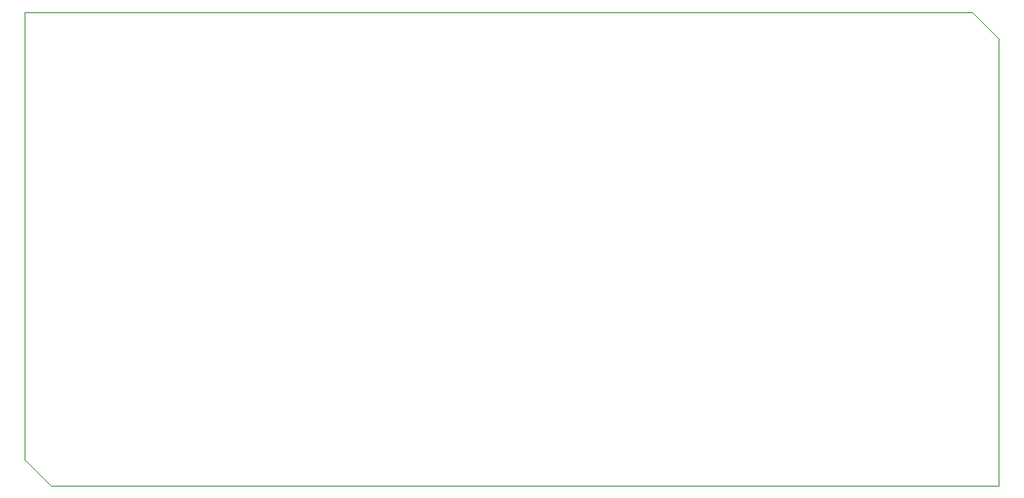
<source format=gbr>
%TF.GenerationSoftware,KiCad,Pcbnew,7.0.1-3b83917a11~172~ubuntu22.04.1*%
%TF.CreationDate,2023-04-27T17:22:45+02:00*%
%TF.ProjectId,knight_rider,6b6e6967-6874-45f7-9269-6465722e6b69,rev?*%
%TF.SameCoordinates,Original*%
%TF.FileFunction,Profile,NP*%
%FSLAX46Y46*%
G04 Gerber Fmt 4.6, Leading zero omitted, Abs format (unit mm)*
G04 Created by KiCad (PCBNEW 7.0.1-3b83917a11~172~ubuntu22.04.1) date 2023-04-27 17:22:45*
%MOMM*%
%LPD*%
G01*
G04 APERTURE LIST*
%TA.AperFunction,Profile*%
%ADD10C,0.100000*%
%TD*%
G04 APERTURE END LIST*
D10*
X106680000Y-76200000D02*
X106680000Y-119380000D01*
X15240000Y-119380000D01*
X12700000Y-116840000D01*
X12700000Y-73660000D01*
X104140000Y-73660000D01*
X106680000Y-76200000D01*
M02*

</source>
